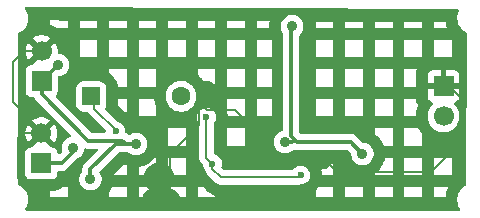
<source format=gbl>
%TF.GenerationSoftware,KiCad,Pcbnew,9.0.1*%
%TF.CreationDate,2025-08-14T16:00:01+05:30*%
%TF.ProjectId,TinySolarSupply,54696e79-536f-46c6-9172-537570706c79,rev?*%
%TF.SameCoordinates,Original*%
%TF.FileFunction,Copper,L2,Bot*%
%TF.FilePolarity,Positive*%
%FSLAX46Y46*%
G04 Gerber Fmt 4.6, Leading zero omitted, Abs format (unit mm)*
G04 Created by KiCad (PCBNEW 9.0.1) date 2025-08-14 16:00:01*
%MOMM*%
%LPD*%
G01*
G04 APERTURE LIST*
G04 Aperture macros list*
%AMRoundRect*
0 Rectangle with rounded corners*
0 $1 Rounding radius*
0 $2 $3 $4 $5 $6 $7 $8 $9 X,Y pos of 4 corners*
0 Add a 4 corners polygon primitive as box body*
4,1,4,$2,$3,$4,$5,$6,$7,$8,$9,$2,$3,0*
0 Add four circle primitives for the rounded corners*
1,1,$1+$1,$2,$3*
1,1,$1+$1,$4,$5*
1,1,$1+$1,$6,$7*
1,1,$1+$1,$8,$9*
0 Add four rect primitives between the rounded corners*
20,1,$1+$1,$2,$3,$4,$5,0*
20,1,$1+$1,$4,$5,$6,$7,0*
20,1,$1+$1,$6,$7,$8,$9,0*
20,1,$1+$1,$8,$9,$2,$3,0*%
G04 Aperture macros list end*
%TA.AperFunction,ComponentPad*%
%ADD10R,1.700000X1.700000*%
%TD*%
%TA.AperFunction,ComponentPad*%
%ADD11C,1.700000*%
%TD*%
%TA.AperFunction,ComponentPad*%
%ADD12RoundRect,0.250000X-0.550000X-0.550000X0.550000X-0.550000X0.550000X0.550000X-0.550000X0.550000X0*%
%TD*%
%TA.AperFunction,ComponentPad*%
%ADD13C,1.600000*%
%TD*%
%TA.AperFunction,ViaPad*%
%ADD14C,0.600000*%
%TD*%
%TA.AperFunction,ViaPad*%
%ADD15C,0.900000*%
%TD*%
%TA.AperFunction,Conductor*%
%ADD16C,0.200000*%
%TD*%
%TA.AperFunction,Conductor*%
%ADD17C,0.350000*%
%TD*%
G04 APERTURE END LIST*
D10*
%TO.P,J2,1,Pin_1*%
%TO.N,/BAT_P*%
X101489200Y-112704800D03*
D11*
%TO.P,J2,2,Pin_2*%
%TO.N,GNDD*%
X101489200Y-110164800D03*
%TD*%
D10*
%TO.P,J1,1,Pin_1*%
%TO.N,GNDD*%
X135543600Y-106167000D03*
D11*
%TO.P,J1,2,Pin_2*%
%TO.N,/OUT_P*%
X135543600Y-108707000D03*
%TD*%
D10*
%TO.P,J4,1,Pin_1*%
%TO.N,/SOLAR_P*%
X101514600Y-105745200D03*
D11*
%TO.P,J4,2,Pin_2*%
%TO.N,GNDD*%
X101514600Y-103205200D03*
%TD*%
D12*
%TO.P,J3,1,Pin_1*%
%TO.N,Net-(J3-Pin_1)*%
X105706500Y-107022700D03*
D13*
%TO.P,J3,2,Pin_2*%
%TO.N,/BAT_P*%
X113326500Y-107022700D03*
%TD*%
D14*
%TO.N,Net-(J3-Pin_1)*%
X107772200Y-109967400D03*
%TO.N,GNDD*%
X125069600Y-111963200D03*
X111302800Y-115900200D03*
X127533400Y-113233200D03*
X120345200Y-111531400D03*
X112090200Y-116014600D03*
X111455200Y-113919000D03*
X115366800Y-107010200D03*
D15*
%TO.N,/OUT_P*%
X122732800Y-101092000D03*
X122123200Y-110896400D03*
X128676400Y-111887000D03*
D14*
%TO.N,Net-(U1-FB)*%
X115468400Y-108788200D03*
X123444000Y-113690400D03*
X115976400Y-112725200D03*
D15*
%TO.N,/BAT_P*%
X104165400Y-111404400D03*
%TO.N,/SOLAR_P*%
X102891200Y-104368600D03*
X105638600Y-114046000D03*
X109499400Y-111074200D03*
%TD*%
D16*
%TO.N,Net-(J3-Pin_1)*%
X105968800Y-108077000D02*
X105968800Y-107285000D01*
X107772200Y-109880400D02*
X105968800Y-108077000D01*
X105968800Y-107285000D02*
X105706500Y-107022700D01*
X107772200Y-109967400D02*
X107772200Y-109880400D01*
%TO.N,GNDD*%
X111912400Y-115976400D02*
X112052000Y-115976400D01*
X115062000Y-108000800D02*
X115366800Y-108000800D01*
X135986600Y-106167000D02*
X135543600Y-106167000D01*
X115366800Y-108000800D02*
X115553200Y-108187200D01*
X114867400Y-108195400D02*
X115062000Y-108000800D01*
X112052000Y-115976400D02*
X112090200Y-116014600D01*
X101489200Y-110164800D02*
X101489200Y-109972800D01*
X115366800Y-107010200D02*
X115366800Y-107984000D01*
X111302800Y-116213600D02*
X111675200Y-116213600D01*
X126771400Y-113233200D02*
X126923800Y-113385600D01*
X128498600Y-113436400D02*
X134442200Y-113436400D01*
X117864600Y-108187200D02*
X119303800Y-109626400D01*
X126441200Y-113334800D02*
X126669800Y-113334800D01*
X127660400Y-112598200D02*
X128498600Y-113436400D01*
X111912400Y-113919000D02*
X112369600Y-113461800D01*
X137083800Y-107264200D02*
X135986600Y-106167000D01*
X101811800Y-116213600D02*
X111302800Y-116213600D01*
X99060000Y-107543600D02*
X99060000Y-104140000D01*
X115366800Y-108000800D02*
X115366800Y-107984000D01*
X134442200Y-113436400D02*
X137083800Y-110794800D01*
X99542600Y-110540800D02*
X99542600Y-113944400D01*
X111302800Y-116213600D02*
X111302800Y-115900200D01*
X127381000Y-113385600D02*
X127533400Y-113233200D01*
X101489200Y-109972800D02*
X99060000Y-107543600D01*
X125069600Y-111963200D02*
X126441200Y-113334800D01*
X126771400Y-112903000D02*
X127076200Y-112598200D01*
X126669800Y-113334800D02*
X126771400Y-113233200D01*
X137083800Y-110794800D02*
X137083800Y-107264200D01*
X120345200Y-111150400D02*
X120345200Y-111531400D01*
X99994800Y-103205200D02*
X101514600Y-103205200D01*
X126771400Y-113233200D02*
X126771400Y-112903000D01*
X119303800Y-110109000D02*
X120345200Y-111150400D01*
X111912400Y-115976400D02*
X111912400Y-113919000D01*
X114867400Y-109440000D02*
X114867400Y-108195400D01*
X99542600Y-113944400D02*
X101811800Y-116213600D01*
X127076200Y-112598200D02*
X127660400Y-112598200D01*
X99918600Y-110164800D02*
X99542600Y-110540800D01*
X111675200Y-116213600D02*
X111912400Y-115976400D01*
X126923800Y-113385600D02*
X127381000Y-113385600D01*
X111455200Y-113919000D02*
X111912400Y-113919000D01*
X112369600Y-111937800D02*
X114867400Y-109440000D01*
X99060000Y-104140000D02*
X99994800Y-103205200D01*
X101489200Y-110164800D02*
X99918600Y-110164800D01*
X119303800Y-109626400D02*
X119303800Y-110109000D01*
X115553200Y-108187200D02*
X117864600Y-108187200D01*
X112369600Y-113461800D02*
X112369600Y-111937800D01*
D17*
%TO.N,/OUT_P*%
X122936000Y-110693200D02*
X122732800Y-110896400D01*
X123139200Y-110896400D02*
X127685800Y-110896400D01*
X122732800Y-110896400D02*
X122123200Y-110896400D01*
X127685800Y-110896400D02*
X128676400Y-111887000D01*
X122732800Y-101092000D02*
X122656600Y-101168200D01*
X122936000Y-110693200D02*
X123139200Y-110896400D01*
X122656600Y-101168200D02*
X122656600Y-110413800D01*
X122656600Y-110413800D02*
X122936000Y-110693200D01*
D16*
%TO.N,Net-(U1-FB)*%
X123240800Y-113893600D02*
X116662200Y-113893600D01*
X115468400Y-112217200D02*
X115468400Y-108788200D01*
X116662200Y-113893600D02*
X115976400Y-113207800D01*
X115976400Y-113207800D02*
X115976400Y-112725200D01*
X115976400Y-112725200D02*
X115468400Y-112217200D01*
X123444000Y-113690400D02*
X123240800Y-113893600D01*
D17*
%TO.N,/BAT_P*%
X104165400Y-111709200D02*
X103200200Y-112674400D01*
X103200200Y-112674400D02*
X101519600Y-112674400D01*
X104165400Y-111404400D02*
X104165400Y-111709200D01*
X101519600Y-112674400D02*
X101489200Y-112704800D01*
%TO.N,/SOLAR_P*%
X105638600Y-114046000D02*
X105638600Y-113207800D01*
X107797600Y-111048800D02*
X108635800Y-111048800D01*
X108356400Y-110769400D02*
X105460800Y-110769400D01*
X108635800Y-111048800D02*
X108356400Y-110769400D01*
X102891200Y-104368600D02*
X101514600Y-105745200D01*
X108661200Y-111074200D02*
X108635800Y-111048800D01*
X101514600Y-106823200D02*
X101514600Y-105745200D01*
X105638600Y-113207800D02*
X107797600Y-111048800D01*
X109499400Y-111074200D02*
X108661200Y-111074200D01*
X105460800Y-110769400D02*
X101514600Y-106823200D01*
%TD*%
%TA.AperFunction,Conductor*%
%TO.N,GNDD*%
G36*
X136722688Y-99615624D02*
G01*
X136789645Y-99635576D01*
X136835188Y-99688563D01*
X136844854Y-99757761D01*
X136832673Y-99795916D01*
X136801633Y-99856836D01*
X136736161Y-100058337D01*
X136717204Y-100178027D01*
X136703019Y-100267588D01*
X136703019Y-100328490D01*
X136703019Y-100479450D01*
X136704071Y-100486092D01*
X136736068Y-100688114D01*
X136736162Y-100688704D01*
X136791007Y-100857500D01*
X136801632Y-100890198D01*
X136897816Y-101078971D01*
X137022337Y-101250360D01*
X137022341Y-101250365D01*
X137172153Y-101400177D01*
X137172158Y-101400181D01*
X137287054Y-101483657D01*
X137343552Y-101524705D01*
X137435627Y-101571619D01*
X137486422Y-101619592D01*
X137503330Y-101682840D01*
X137427170Y-114496875D01*
X137407087Y-114563796D01*
X137359471Y-114606620D01*
X137343555Y-114614730D01*
X137343552Y-114614732D01*
X137172158Y-114739256D01*
X137172153Y-114739260D01*
X137022341Y-114889072D01*
X137022337Y-114889077D01*
X136897816Y-115060466D01*
X136801632Y-115249239D01*
X136736161Y-115450737D01*
X136711663Y-115605414D01*
X136703019Y-115659988D01*
X136703019Y-115720890D01*
X136703019Y-115871850D01*
X136736162Y-116081104D01*
X136789215Y-116244385D01*
X136801632Y-116282598D01*
X136897813Y-116471366D01*
X136930325Y-116516115D01*
X136953804Y-116581922D01*
X136937978Y-116649976D01*
X136887872Y-116698670D01*
X136830006Y-116713000D01*
X100235475Y-116713000D01*
X100168436Y-116693315D01*
X100122681Y-116640511D01*
X100112737Y-116571353D01*
X100135156Y-116516115D01*
X100154510Y-116489476D01*
X100167667Y-116471367D01*
X100263850Y-116282596D01*
X100329319Y-116081104D01*
X100362462Y-115871850D01*
X100362462Y-115659988D01*
X100329319Y-115450734D01*
X100263850Y-115249242D01*
X100167667Y-115060471D01*
X100167665Y-115060468D01*
X100167664Y-115060466D01*
X100162457Y-115053299D01*
X102224750Y-115053299D01*
X102224750Y-115589000D01*
X103726750Y-115589000D01*
X103726750Y-115179366D01*
X107224750Y-115179366D01*
X107224750Y-115589000D01*
X108726750Y-115589000D01*
X109724750Y-115589000D01*
X110064352Y-115589000D01*
X110119122Y-115420435D01*
X110126568Y-115402458D01*
X110208747Y-115241174D01*
X110218914Y-115224584D01*
X110325311Y-115078140D01*
X110337948Y-115063344D01*
X110465944Y-114935348D01*
X110480740Y-114922711D01*
X110582946Y-114848454D01*
X110510241Y-114775749D01*
X112400158Y-114775749D01*
X112569965Y-114830922D01*
X112587942Y-114838368D01*
X112749226Y-114920547D01*
X112765816Y-114930714D01*
X112912260Y-115037111D01*
X112927056Y-115049748D01*
X113055052Y-115177744D01*
X113067689Y-115192540D01*
X113174086Y-115338984D01*
X113184253Y-115355574D01*
X113266432Y-115516858D01*
X113273878Y-115534835D01*
X113291477Y-115589000D01*
X113726750Y-115589000D01*
X114724750Y-115589000D01*
X116226750Y-115589000D01*
X116226750Y-115431810D01*
X116140547Y-115408712D01*
X116132785Y-115406357D01*
X116086293Y-115390576D01*
X116078698Y-115387718D01*
X116018316Y-115362708D01*
X116010923Y-115359358D01*
X115966879Y-115337638D01*
X115959724Y-115333814D01*
X115766182Y-115222074D01*
X115759290Y-115217788D01*
X115718451Y-115190500D01*
X115711853Y-115185772D01*
X115659999Y-115145981D01*
X115653726Y-115140833D01*
X115616815Y-115108461D01*
X115610896Y-115102916D01*
X115461093Y-114953113D01*
X124724750Y-114953113D01*
X124724750Y-115589000D01*
X126226750Y-115589000D01*
X127224750Y-115589000D01*
X128726750Y-115589000D01*
X129724750Y-115589000D01*
X131226750Y-115589000D01*
X132224750Y-115589000D01*
X133726750Y-115589000D01*
X134724750Y-115589000D01*
X135707520Y-115589000D01*
X135709638Y-115562110D01*
X135710114Y-115557273D01*
X135713574Y-115528039D01*
X135714242Y-115523215D01*
X135753517Y-115275248D01*
X135754372Y-115270456D01*
X135760120Y-115241557D01*
X135761166Y-115236794D01*
X135770319Y-115198677D01*
X135771546Y-115193972D01*
X135779539Y-115165630D01*
X135780953Y-115160970D01*
X135858530Y-114922214D01*
X135860124Y-114917617D01*
X135870309Y-114890007D01*
X135872081Y-114885479D01*
X135887079Y-114849262D01*
X135889033Y-114844795D01*
X135901375Y-114818021D01*
X135903501Y-114813636D01*
X135952555Y-114717362D01*
X134724750Y-114717362D01*
X134724750Y-115589000D01*
X133726750Y-115589000D01*
X133726750Y-114717362D01*
X132224750Y-114717362D01*
X132224750Y-115589000D01*
X131226750Y-115589000D01*
X131226750Y-114717362D01*
X129724750Y-114717362D01*
X129724750Y-115589000D01*
X128726750Y-115589000D01*
X128726750Y-114717362D01*
X127224750Y-114717362D01*
X127224750Y-115589000D01*
X126226750Y-115589000D01*
X126226750Y-114717362D01*
X124920844Y-114717362D01*
X124881983Y-114775522D01*
X124878478Y-114780498D01*
X124856545Y-114810071D01*
X124852801Y-114814869D01*
X124821712Y-114852751D01*
X124817738Y-114857358D01*
X124793007Y-114884645D01*
X124788809Y-114889054D01*
X124724750Y-114953113D01*
X115461093Y-114953113D01*
X115225343Y-114717362D01*
X114724750Y-114717362D01*
X114724750Y-115589000D01*
X113726750Y-115589000D01*
X113726750Y-114717362D01*
X112449907Y-114717362D01*
X112432690Y-114741060D01*
X112420052Y-114755856D01*
X112400158Y-114775749D01*
X110510241Y-114775749D01*
X110490348Y-114755856D01*
X110477710Y-114741060D01*
X110460493Y-114717362D01*
X109724750Y-114717362D01*
X109724750Y-115589000D01*
X108726750Y-115589000D01*
X108726750Y-114717362D01*
X107469554Y-114717362D01*
X107393579Y-114900783D01*
X107391113Y-114906346D01*
X107375373Y-114939626D01*
X107372637Y-114945061D01*
X107349536Y-114988282D01*
X107346536Y-114993578D01*
X107327601Y-115025170D01*
X107324344Y-115030314D01*
X107224750Y-115179366D01*
X103726750Y-115179366D01*
X103726750Y-114717362D01*
X103286708Y-114717362D01*
X103151074Y-114818898D01*
X103143804Y-114823946D01*
X103098737Y-114852910D01*
X103091123Y-114857428D01*
X103028533Y-114891605D01*
X103020619Y-114895567D01*
X102971882Y-114917825D01*
X102963702Y-114921213D01*
X102766218Y-114994869D01*
X102758879Y-114997348D01*
X102714028Y-115010953D01*
X102706552Y-115012968D01*
X102645837Y-115027316D01*
X102638245Y-115028861D01*
X102592040Y-115036772D01*
X102584367Y-115037841D01*
X102480445Y-115049012D01*
X102477136Y-115049323D01*
X102457099Y-115050935D01*
X102453787Y-115051157D01*
X102427105Y-115052586D01*
X102423787Y-115052719D01*
X102403736Y-115053255D01*
X102400422Y-115053299D01*
X102224750Y-115053299D01*
X100162457Y-115053299D01*
X100043143Y-114889077D01*
X100043139Y-114889072D01*
X99893327Y-114739260D01*
X99893322Y-114739256D01*
X99721933Y-114614735D01*
X99600272Y-114552746D01*
X99549476Y-114504772D01*
X99532569Y-114442813D01*
X99520923Y-111806935D01*
X100138700Y-111806935D01*
X100138700Y-113602670D01*
X100138701Y-113602676D01*
X100145108Y-113662283D01*
X100195402Y-113797128D01*
X100195406Y-113797135D01*
X100281652Y-113912344D01*
X100281655Y-113912347D01*
X100396864Y-113998593D01*
X100396871Y-113998597D01*
X100531717Y-114048891D01*
X100531716Y-114048891D01*
X100538644Y-114049635D01*
X100591327Y-114055300D01*
X102387072Y-114055299D01*
X102446683Y-114048891D01*
X102581531Y-113998596D01*
X102696746Y-113912346D01*
X102782996Y-113797131D01*
X102833291Y-113662283D01*
X102839700Y-113602673D01*
X102839700Y-113473900D01*
X102859385Y-113406861D01*
X102912189Y-113361106D01*
X102963700Y-113349900D01*
X103266732Y-113349900D01*
X103266733Y-113349899D01*
X103397236Y-113323941D01*
X103520169Y-113273020D01*
X103630806Y-113199095D01*
X104542792Y-112287107D01*
X104583017Y-112260230D01*
X104615631Y-112246722D01*
X104771308Y-112142702D01*
X104903702Y-112010308D01*
X105007722Y-111854631D01*
X105079373Y-111681651D01*
X105112467Y-111515275D01*
X105144851Y-111453364D01*
X105205567Y-111418790D01*
X105258276Y-111417849D01*
X105263762Y-111418940D01*
X105263764Y-111418941D01*
X105394267Y-111444899D01*
X105394268Y-111444900D01*
X105394269Y-111444900D01*
X105527331Y-111444900D01*
X106146837Y-111444900D01*
X106213876Y-111464585D01*
X106259631Y-111517389D01*
X106269575Y-111586547D01*
X106240550Y-111650103D01*
X106234518Y-111656581D01*
X105113907Y-112777190D01*
X105113904Y-112777194D01*
X105039983Y-112887824D01*
X105039978Y-112887834D01*
X105010626Y-112958697D01*
X104989059Y-113010764D01*
X104983264Y-113039900D01*
X104963100Y-113141266D01*
X104963100Y-113325927D01*
X104943415Y-113392966D01*
X104926781Y-113413608D01*
X104900300Y-113440088D01*
X104900297Y-113440092D01*
X104796281Y-113595762D01*
X104796276Y-113595771D01*
X104724627Y-113768748D01*
X104724625Y-113768756D01*
X104688100Y-113952379D01*
X104688100Y-114139620D01*
X104724625Y-114323243D01*
X104724627Y-114323251D01*
X104796276Y-114496228D01*
X104796281Y-114496237D01*
X104900297Y-114651907D01*
X104900300Y-114651911D01*
X105032688Y-114784299D01*
X105032692Y-114784302D01*
X105188362Y-114888318D01*
X105188371Y-114888323D01*
X105205860Y-114895567D01*
X105361349Y-114959973D01*
X105503669Y-114988282D01*
X105544979Y-114996499D01*
X105544983Y-114996500D01*
X105544984Y-114996500D01*
X105732217Y-114996500D01*
X105732218Y-114996499D01*
X105915851Y-114959973D01*
X106088831Y-114888322D01*
X106244508Y-114784302D01*
X106376902Y-114651908D01*
X106480922Y-114496231D01*
X106552573Y-114323251D01*
X106589100Y-114139616D01*
X106589100Y-113952384D01*
X106552573Y-113768749D01*
X106509113Y-113663828D01*
X107549253Y-113663828D01*
X107560300Y-113719362D01*
X108726750Y-113719362D01*
X108726750Y-113014230D01*
X109724750Y-113014230D01*
X109724750Y-113719362D01*
X110196939Y-113719362D01*
X110211044Y-113630310D01*
X110215586Y-113611390D01*
X110271522Y-113439235D01*
X110278968Y-113421258D01*
X110361147Y-113259974D01*
X110371314Y-113243384D01*
X110477711Y-113096940D01*
X110490348Y-113082144D01*
X110618344Y-112954148D01*
X110633140Y-112941511D01*
X110685651Y-112903360D01*
X112224750Y-112903360D01*
X112277260Y-112941511D01*
X112292056Y-112954148D01*
X112420052Y-113082144D01*
X112432689Y-113096940D01*
X112539086Y-113243384D01*
X112549253Y-113259974D01*
X112631432Y-113421258D01*
X112638878Y-113439235D01*
X112694814Y-113611390D01*
X112699356Y-113630310D01*
X112713461Y-113719362D01*
X113726750Y-113719362D01*
X113726750Y-112217362D01*
X112224750Y-112217362D01*
X112224750Y-112903360D01*
X110685651Y-112903360D01*
X110779584Y-112835114D01*
X110796174Y-112824947D01*
X110957458Y-112742768D01*
X110975435Y-112735322D01*
X111147590Y-112679386D01*
X111166510Y-112674844D01*
X111226750Y-112665302D01*
X111226750Y-112217362D01*
X111079005Y-112217362D01*
X111053896Y-112254940D01*
X111050393Y-112259914D01*
X111028460Y-112289488D01*
X111024714Y-112294288D01*
X110993625Y-112332170D01*
X110989651Y-112336777D01*
X110964920Y-112364064D01*
X110960722Y-112368473D01*
X110793673Y-112535522D01*
X110789264Y-112539720D01*
X110761977Y-112564451D01*
X110757370Y-112568425D01*
X110719488Y-112599514D01*
X110714688Y-112603260D01*
X110685114Y-112625193D01*
X110680140Y-112628696D01*
X110483714Y-112759944D01*
X110478570Y-112763201D01*
X110446978Y-112782136D01*
X110441682Y-112785136D01*
X110398461Y-112808237D01*
X110393026Y-112810973D01*
X110359746Y-112826713D01*
X110354183Y-112829179D01*
X110135935Y-112919580D01*
X110130259Y-112921770D01*
X110095597Y-112934173D01*
X110089818Y-112936082D01*
X110042922Y-112950309D01*
X110037052Y-112951933D01*
X110001324Y-112960882D01*
X109995387Y-112962215D01*
X109763681Y-113008304D01*
X109757686Y-113009345D01*
X109724750Y-113014230D01*
X108726750Y-113014230D01*
X108726750Y-112863198D01*
X108644618Y-112829179D01*
X108639054Y-112826713D01*
X108605774Y-112810973D01*
X108600339Y-112808237D01*
X108557118Y-112785136D01*
X108551822Y-112782136D01*
X108520230Y-112763201D01*
X108515086Y-112759944D01*
X108488310Y-112742053D01*
X108472579Y-112740504D01*
X107549253Y-113663828D01*
X106509113Y-113663828D01*
X106487460Y-113611553D01*
X106480923Y-113595771D01*
X106480918Y-113595762D01*
X106427313Y-113515537D01*
X106406435Y-113448860D01*
X106424919Y-113381479D01*
X106442730Y-113358969D01*
X108041082Y-111760619D01*
X108102405Y-111727134D01*
X108128763Y-111724300D01*
X108454767Y-111724300D01*
X108478959Y-111726683D01*
X108594667Y-111749700D01*
X108594669Y-111749700D01*
X108779327Y-111749700D01*
X108846366Y-111769385D01*
X108867008Y-111786019D01*
X108893488Y-111812499D01*
X108893492Y-111812502D01*
X109049162Y-111916518D01*
X109049168Y-111916521D01*
X109049169Y-111916522D01*
X109222149Y-111988173D01*
X109361071Y-112015806D01*
X109405779Y-112024699D01*
X109405783Y-112024700D01*
X109405784Y-112024700D01*
X109593017Y-112024700D01*
X109593018Y-112024699D01*
X109776651Y-111988173D01*
X109949631Y-111916522D01*
X110105308Y-111812502D01*
X110237702Y-111680108D01*
X110341722Y-111524431D01*
X110413373Y-111351451D01*
X110439647Y-111219362D01*
X112224750Y-111219362D01*
X113726750Y-111219362D01*
X113726750Y-109717362D01*
X112224750Y-109717362D01*
X112224750Y-111219362D01*
X110439647Y-111219362D01*
X110449900Y-111167819D01*
X110449900Y-110980583D01*
X110449899Y-110980579D01*
X110428371Y-110872350D01*
X110413373Y-110796949D01*
X110357954Y-110663156D01*
X110341723Y-110623971D01*
X110341718Y-110623962D01*
X110237702Y-110468292D01*
X110237699Y-110468288D01*
X110105311Y-110335900D01*
X110105307Y-110335897D01*
X109949637Y-110231881D01*
X109949628Y-110231876D01*
X109776651Y-110160227D01*
X109776643Y-110160225D01*
X109593020Y-110123700D01*
X109593016Y-110123700D01*
X109405784Y-110123700D01*
X109405779Y-110123700D01*
X109222156Y-110160225D01*
X109222148Y-110160227D01*
X109049171Y-110231876D01*
X109049164Y-110231880D01*
X108968937Y-110285486D01*
X108902259Y-110306363D01*
X108834879Y-110287878D01*
X108812366Y-110270064D01*
X108787009Y-110244707D01*
X108787005Y-110244704D01*
X108676375Y-110170783D01*
X108676360Y-110170775D01*
X108649246Y-110159544D01*
X108594843Y-110115703D01*
X108572779Y-110049408D01*
X108572700Y-110044984D01*
X108572700Y-109888555D01*
X108572699Y-109888553D01*
X108564766Y-109848672D01*
X108541937Y-109733903D01*
X108505768Y-109646582D01*
X108481597Y-109588227D01*
X108481590Y-109588214D01*
X108393989Y-109457111D01*
X108393986Y-109457107D01*
X108282492Y-109345613D01*
X108282488Y-109345610D01*
X108151385Y-109258009D01*
X108151372Y-109258002D01*
X108005698Y-109197663D01*
X108005689Y-109197661D01*
X107958954Y-109188365D01*
X107897043Y-109155981D01*
X107895464Y-109154429D01*
X107460397Y-108719362D01*
X109724750Y-108719362D01*
X111226750Y-108719362D01*
X111226750Y-108709353D01*
X114667900Y-108709353D01*
X114667900Y-108867046D01*
X114698661Y-109021689D01*
X114698664Y-109021701D01*
X114759002Y-109167372D01*
X114759009Y-109167385D01*
X114847002Y-109299074D01*
X114867880Y-109365751D01*
X114867900Y-109367965D01*
X114867900Y-112130530D01*
X114867899Y-112130548D01*
X114867899Y-112296254D01*
X114867898Y-112296254D01*
X114891139Y-112382987D01*
X114908823Y-112448985D01*
X114925239Y-112477418D01*
X114933485Y-112491699D01*
X114933486Y-112491703D01*
X114933487Y-112491703D01*
X114975487Y-112564451D01*
X114987879Y-112585914D01*
X114987881Y-112585917D01*
X115106749Y-112704785D01*
X115106755Y-112704790D01*
X115141825Y-112739860D01*
X115175310Y-112801183D01*
X115175761Y-112803349D01*
X115206661Y-112958691D01*
X115206664Y-112958701D01*
X115267002Y-113104372D01*
X115267009Y-113104385D01*
X115356637Y-113238522D01*
X115372053Y-113279472D01*
X115373796Y-113279006D01*
X115375899Y-113286854D01*
X115375899Y-113286857D01*
X115392792Y-113349900D01*
X115416822Y-113439583D01*
X115417117Y-113440093D01*
X115417142Y-113440137D01*
X115495877Y-113576512D01*
X115495881Y-113576517D01*
X115614749Y-113695385D01*
X115614754Y-113695389D01*
X116293484Y-114374120D01*
X116293486Y-114374121D01*
X116293490Y-114374124D01*
X116412465Y-114442813D01*
X116430416Y-114453177D01*
X116583143Y-114494101D01*
X116583145Y-114494101D01*
X116748854Y-114494101D01*
X116748870Y-114494100D01*
X123154131Y-114494100D01*
X123154147Y-114494101D01*
X123161743Y-114494101D01*
X123319856Y-114494101D01*
X123319857Y-114494101D01*
X123319857Y-114494100D01*
X123327914Y-114493040D01*
X123327987Y-114493599D01*
X123359066Y-114491050D01*
X123359066Y-114490900D01*
X123360895Y-114490900D01*
X123363224Y-114490709D01*
X123365153Y-114490899D01*
X123365158Y-114490900D01*
X123365163Y-114490900D01*
X123522844Y-114490900D01*
X123522845Y-114490899D01*
X123677497Y-114460137D01*
X123823179Y-114399794D01*
X123954289Y-114312189D01*
X124065789Y-114200689D01*
X124153394Y-114069579D01*
X124213737Y-113923897D01*
X124244500Y-113769242D01*
X124244500Y-113611558D01*
X124244500Y-113611555D01*
X124244499Y-113611553D01*
X124220193Y-113489361D01*
X124213737Y-113456903D01*
X124203606Y-113432445D01*
X124153397Y-113311227D01*
X124153390Y-113311214D01*
X124102126Y-113234493D01*
X125186954Y-113234493D01*
X125187779Y-113238165D01*
X125228104Y-113440892D01*
X125229145Y-113446889D01*
X125234549Y-113483320D01*
X125235294Y-113489361D01*
X125240097Y-113538133D01*
X125240545Y-113544203D01*
X125242351Y-113580975D01*
X125242500Y-113587058D01*
X125242500Y-113719362D01*
X126226750Y-113719362D01*
X126226750Y-113529956D01*
X129724750Y-113529956D01*
X129724750Y-113719362D01*
X131226750Y-113719362D01*
X132224750Y-113719362D01*
X133726750Y-113719362D01*
X134724750Y-113719362D01*
X136226750Y-113719362D01*
X136226750Y-112217362D01*
X134724750Y-112217362D01*
X134724750Y-113719362D01*
X133726750Y-113719362D01*
X133726750Y-112217362D01*
X132224750Y-112217362D01*
X132224750Y-113719362D01*
X131226750Y-113719362D01*
X131226750Y-112217362D01*
X130597360Y-112217362D01*
X130564415Y-112382987D01*
X130563082Y-112388924D01*
X130554133Y-112424652D01*
X130552509Y-112430522D01*
X130538282Y-112477418D01*
X130536373Y-112483197D01*
X130523970Y-112517859D01*
X130521780Y-112523535D01*
X130431379Y-112741783D01*
X130428913Y-112747346D01*
X130413173Y-112780626D01*
X130410437Y-112786061D01*
X130387336Y-112829282D01*
X130384336Y-112834578D01*
X130365401Y-112866170D01*
X130362144Y-112871314D01*
X130230896Y-113067740D01*
X130227393Y-113072714D01*
X130205460Y-113102288D01*
X130201714Y-113107088D01*
X130170625Y-113144970D01*
X130166651Y-113149577D01*
X130141920Y-113176864D01*
X130137722Y-113181273D01*
X129970673Y-113348322D01*
X129966264Y-113352520D01*
X129938977Y-113377251D01*
X129934370Y-113381225D01*
X129896488Y-113412314D01*
X129891688Y-113416060D01*
X129862114Y-113437993D01*
X129857140Y-113441496D01*
X129724750Y-113529956D01*
X126226750Y-113529956D01*
X126226750Y-112569900D01*
X126190314Y-112569900D01*
X126163653Y-112622226D01*
X126153486Y-112638816D01*
X126047089Y-112785260D01*
X126034452Y-112800056D01*
X125906456Y-112928052D01*
X125891660Y-112940689D01*
X125745216Y-113047086D01*
X125728626Y-113057253D01*
X125567342Y-113139432D01*
X125549365Y-113146878D01*
X125377210Y-113202814D01*
X125358290Y-113207356D01*
X125186954Y-113234493D01*
X124102126Y-113234493D01*
X124065789Y-113180111D01*
X124065786Y-113180107D01*
X123954292Y-113068613D01*
X123954288Y-113068610D01*
X123823185Y-112981009D01*
X123823172Y-112981002D01*
X123677501Y-112920664D01*
X123677489Y-112920661D01*
X123522845Y-112889900D01*
X123522842Y-112889900D01*
X123365158Y-112889900D01*
X123365155Y-112889900D01*
X123210510Y-112920661D01*
X123210498Y-112920664D01*
X123064827Y-112981002D01*
X123064814Y-112981009D01*
X122933711Y-113068610D01*
X122933707Y-113068613D01*
X122822212Y-113180108D01*
X122809528Y-113199092D01*
X122783536Y-113237991D01*
X122729926Y-113282796D01*
X122680435Y-113293100D01*
X116962298Y-113293100D01*
X116895259Y-113273415D01*
X116874617Y-113256781D01*
X116755047Y-113137211D01*
X116721562Y-113075888D01*
X116726546Y-113006196D01*
X116728145Y-113002131D01*
X116746137Y-112958697D01*
X116776900Y-112804042D01*
X116776900Y-112646358D01*
X116776900Y-112646355D01*
X116776899Y-112646353D01*
X116761398Y-112568425D01*
X116746137Y-112491703D01*
X116693268Y-112364064D01*
X116685797Y-112346027D01*
X116685790Y-112346014D01*
X116598189Y-112214911D01*
X116598186Y-112214907D01*
X116486692Y-112103413D01*
X116486688Y-112103410D01*
X116355585Y-112015809D01*
X116355572Y-112015802D01*
X116209901Y-111955464D01*
X116209892Y-111955461D01*
X116168707Y-111947269D01*
X116106796Y-111914883D01*
X116072223Y-111854167D01*
X116068900Y-111825652D01*
X116068900Y-111219362D01*
X117224750Y-111219362D01*
X118726750Y-111219362D01*
X118726750Y-110802779D01*
X121172700Y-110802779D01*
X121172700Y-110990020D01*
X121209225Y-111173643D01*
X121209227Y-111173651D01*
X121280876Y-111346628D01*
X121280881Y-111346637D01*
X121384897Y-111502307D01*
X121384900Y-111502311D01*
X121517288Y-111634699D01*
X121517292Y-111634702D01*
X121672962Y-111738718D01*
X121672971Y-111738723D01*
X121693719Y-111747317D01*
X121845949Y-111810373D01*
X122029579Y-111846899D01*
X122029583Y-111846900D01*
X122029584Y-111846900D01*
X122216817Y-111846900D01*
X122216818Y-111846899D01*
X122400451Y-111810373D01*
X122573431Y-111738722D01*
X122729108Y-111634702D01*
X122763470Y-111600339D01*
X122824789Y-111566855D01*
X122826824Y-111566431D01*
X122911812Y-111549526D01*
X122960194Y-111549527D01*
X123072666Y-111571900D01*
X123072669Y-111571900D01*
X123205731Y-111571900D01*
X127354637Y-111571900D01*
X127421676Y-111591585D01*
X127442318Y-111608219D01*
X127689581Y-111855482D01*
X127723066Y-111916805D01*
X127725900Y-111943163D01*
X127725900Y-111980620D01*
X127762425Y-112164243D01*
X127762427Y-112164251D01*
X127834076Y-112337228D01*
X127834081Y-112337237D01*
X127938097Y-112492907D01*
X127938100Y-112492911D01*
X128070488Y-112625299D01*
X128070492Y-112625302D01*
X128226162Y-112729318D01*
X128226171Y-112729323D01*
X128256252Y-112741783D01*
X128399149Y-112800973D01*
X128541469Y-112829282D01*
X128582779Y-112837499D01*
X128582783Y-112837500D01*
X128582784Y-112837500D01*
X128770017Y-112837500D01*
X128770018Y-112837499D01*
X128953651Y-112800973D01*
X129126631Y-112729322D01*
X129282308Y-112625302D01*
X129414702Y-112492908D01*
X129518722Y-112337231D01*
X129590373Y-112164251D01*
X129626900Y-111980616D01*
X129626900Y-111793384D01*
X129590373Y-111609749D01*
X129518722Y-111436769D01*
X129518721Y-111436768D01*
X129518718Y-111436762D01*
X129414702Y-111281092D01*
X129414699Y-111281088D01*
X129282311Y-111148700D01*
X129282307Y-111148697D01*
X129126637Y-111044681D01*
X129126628Y-111044676D01*
X128953651Y-110973027D01*
X128953643Y-110973025D01*
X128770020Y-110936500D01*
X128770016Y-110936500D01*
X128732563Y-110936500D01*
X128665524Y-110916815D01*
X128644882Y-110900181D01*
X128116409Y-110371707D01*
X128116405Y-110371704D01*
X128005775Y-110297783D01*
X128005765Y-110297778D01*
X127882836Y-110246859D01*
X127882828Y-110246857D01*
X127868681Y-110244043D01*
X129724750Y-110244043D01*
X129857140Y-110332504D01*
X129862114Y-110336007D01*
X129891688Y-110357940D01*
X129896488Y-110361686D01*
X129934370Y-110392775D01*
X129938977Y-110396749D01*
X129966264Y-110421480D01*
X129970673Y-110425678D01*
X130137722Y-110592727D01*
X130141920Y-110597136D01*
X130166651Y-110624423D01*
X130170625Y-110629030D01*
X130201714Y-110666912D01*
X130205460Y-110671712D01*
X130227393Y-110701286D01*
X130230896Y-110706260D01*
X130362144Y-110902686D01*
X130365401Y-110907830D01*
X130384336Y-110939422D01*
X130387336Y-110944718D01*
X130410437Y-110987939D01*
X130413173Y-110993374D01*
X130428913Y-111026654D01*
X130431379Y-111032217D01*
X130508897Y-111219362D01*
X131226750Y-111219362D01*
X132224750Y-111219362D01*
X133726750Y-111219362D01*
X133726750Y-110200998D01*
X133720568Y-110193157D01*
X133717625Y-110189269D01*
X133569626Y-109985565D01*
X133566840Y-109981568D01*
X133550474Y-109957073D01*
X133547850Y-109952973D01*
X133527369Y-109919550D01*
X133524907Y-109915350D01*
X133510517Y-109889654D01*
X133508222Y-109885361D01*
X133422622Y-109717362D01*
X132224750Y-109717362D01*
X132224750Y-111219362D01*
X131226750Y-111219362D01*
X131226750Y-109717362D01*
X129724750Y-109717362D01*
X129724750Y-110244043D01*
X127868681Y-110244043D01*
X127752335Y-110220900D01*
X127752331Y-110220900D01*
X123470363Y-110220900D01*
X123403324Y-110201215D01*
X123382682Y-110184581D01*
X123368419Y-110170318D01*
X123334934Y-110108995D01*
X123332100Y-110082637D01*
X123332100Y-108719362D01*
X124724750Y-108719362D01*
X126226750Y-108719362D01*
X127224750Y-108719362D01*
X128726750Y-108719362D01*
X129724750Y-108719362D01*
X131226750Y-108719362D01*
X132224750Y-108719362D01*
X133195100Y-108719362D01*
X133195100Y-108600713D01*
X134193100Y-108600713D01*
X134193100Y-108813286D01*
X134226109Y-109021701D01*
X134226354Y-109023243D01*
X134277621Y-109181027D01*
X134292044Y-109225414D01*
X134388551Y-109414820D01*
X134513490Y-109586786D01*
X134663813Y-109737109D01*
X134835779Y-109862048D01*
X134835781Y-109862049D01*
X134835784Y-109862051D01*
X135025188Y-109958557D01*
X135227357Y-110024246D01*
X135437313Y-110057500D01*
X135437314Y-110057500D01*
X135649886Y-110057500D01*
X135649887Y-110057500D01*
X135859843Y-110024246D01*
X136062012Y-109958557D01*
X136251416Y-109862051D01*
X136385408Y-109764701D01*
X136423386Y-109737109D01*
X136423388Y-109737106D01*
X136423392Y-109737104D01*
X136573704Y-109586792D01*
X136573706Y-109586788D01*
X136573709Y-109586786D01*
X136698648Y-109414820D01*
X136698647Y-109414820D01*
X136698651Y-109414816D01*
X136795157Y-109225412D01*
X136860846Y-109023243D01*
X136894100Y-108813287D01*
X136894100Y-108600713D01*
X136860846Y-108390757D01*
X136795157Y-108188588D01*
X136698651Y-107999184D01*
X136698649Y-107999181D01*
X136698648Y-107999179D01*
X136573709Y-107827213D01*
X136459781Y-107713285D01*
X136426296Y-107651962D01*
X136431280Y-107582270D01*
X136473152Y-107526337D01*
X136504129Y-107509422D01*
X136635686Y-107460354D01*
X136635693Y-107460350D01*
X136750787Y-107374190D01*
X136750790Y-107374187D01*
X136836950Y-107259093D01*
X136836954Y-107259086D01*
X136887196Y-107124379D01*
X136887198Y-107124372D01*
X136893599Y-107064844D01*
X136893600Y-107064827D01*
X136893600Y-106417000D01*
X135976612Y-106417000D01*
X136009525Y-106359993D01*
X136043600Y-106232826D01*
X136043600Y-106101174D01*
X136009525Y-105974007D01*
X135976612Y-105917000D01*
X136893600Y-105917000D01*
X136893600Y-105269172D01*
X136893599Y-105269155D01*
X136887198Y-105209627D01*
X136887196Y-105209620D01*
X136836954Y-105074913D01*
X136836950Y-105074906D01*
X136750790Y-104959812D01*
X136750787Y-104959809D01*
X136635693Y-104873649D01*
X136635686Y-104873645D01*
X136500979Y-104823403D01*
X136500972Y-104823401D01*
X136441444Y-104817000D01*
X135793600Y-104817000D01*
X135793600Y-105733988D01*
X135736593Y-105701075D01*
X135609426Y-105667000D01*
X135477774Y-105667000D01*
X135350607Y-105701075D01*
X135293600Y-105733988D01*
X135293600Y-104817000D01*
X134645755Y-104817000D01*
X134586227Y-104823401D01*
X134586220Y-104823403D01*
X134451513Y-104873645D01*
X134451506Y-104873649D01*
X134336412Y-104959809D01*
X134336409Y-104959812D01*
X134250249Y-105074906D01*
X134250245Y-105074913D01*
X134200003Y-105209620D01*
X134200001Y-105209627D01*
X134193600Y-105269155D01*
X134193600Y-105917000D01*
X135110588Y-105917000D01*
X135077675Y-105974007D01*
X135043600Y-106101174D01*
X135043600Y-106232826D01*
X135077675Y-106359993D01*
X135110588Y-106417000D01*
X134193600Y-106417000D01*
X134193600Y-107064844D01*
X134200001Y-107124372D01*
X134200003Y-107124379D01*
X134250245Y-107259086D01*
X134250249Y-107259093D01*
X134336409Y-107374187D01*
X134336412Y-107374190D01*
X134451506Y-107460350D01*
X134451513Y-107460354D01*
X134583070Y-107509422D01*
X134639004Y-107551293D01*
X134663421Y-107616758D01*
X134648569Y-107685031D01*
X134627419Y-107713285D01*
X134513489Y-107827215D01*
X134388551Y-107999179D01*
X134292044Y-108188585D01*
X134226353Y-108390760D01*
X134193100Y-108600713D01*
X133195100Y-108600713D01*
X133195100Y-108581103D01*
X133195196Y-108576231D01*
X133196354Y-108546779D01*
X133196641Y-108541914D01*
X133199719Y-108502835D01*
X133200196Y-108497997D01*
X133203656Y-108468764D01*
X133204323Y-108463941D01*
X133243708Y-108215272D01*
X133244564Y-108210477D01*
X133250313Y-108181577D01*
X133251358Y-108176817D01*
X133260511Y-108138700D01*
X133261738Y-108133995D01*
X133269731Y-108105653D01*
X133271145Y-108100993D01*
X133348942Y-107861560D01*
X133350536Y-107856963D01*
X133360721Y-107829353D01*
X133362493Y-107824825D01*
X133377491Y-107788608D01*
X133379446Y-107784139D01*
X133388788Y-107763871D01*
X133357238Y-107706091D01*
X133353277Y-107698177D01*
X133331019Y-107649441D01*
X133327630Y-107641261D01*
X133254021Y-107443904D01*
X133251542Y-107436564D01*
X133237932Y-107391695D01*
X133235915Y-107384212D01*
X133221572Y-107323501D01*
X133220028Y-107315916D01*
X133212122Y-107269738D01*
X133211055Y-107262069D01*
X133206248Y-107217362D01*
X132224750Y-107217362D01*
X132224750Y-108719362D01*
X131226750Y-108719362D01*
X131226750Y-107217362D01*
X129724750Y-107217362D01*
X129724750Y-108719362D01*
X128726750Y-108719362D01*
X128726750Y-107217362D01*
X127224750Y-107217362D01*
X127224750Y-108719362D01*
X126226750Y-108719362D01*
X126226750Y-107217362D01*
X124724750Y-107217362D01*
X124724750Y-108719362D01*
X123332100Y-108719362D01*
X123332100Y-106219362D01*
X124724750Y-106219362D01*
X126226750Y-106219362D01*
X127224750Y-106219362D01*
X128726750Y-106219362D01*
X129724750Y-106219362D01*
X131226750Y-106219362D01*
X132224750Y-106219362D01*
X133195600Y-106219362D01*
X133195600Y-106216454D01*
X133205039Y-106169002D01*
X133205868Y-106167000D01*
X133205039Y-106164998D01*
X133195600Y-106117546D01*
X133195600Y-105255823D01*
X133195644Y-105252509D01*
X133196180Y-105232461D01*
X133196313Y-105229145D01*
X133197742Y-105202458D01*
X133197964Y-105199144D01*
X133199577Y-105179095D01*
X133199889Y-105175783D01*
X133211055Y-105071931D01*
X133212122Y-105064262D01*
X133220028Y-105018084D01*
X133221572Y-105010499D01*
X133235915Y-104949788D01*
X133237932Y-104942305D01*
X133251542Y-104897436D01*
X133254021Y-104890096D01*
X133318446Y-104717362D01*
X132224750Y-104717362D01*
X132224750Y-106219362D01*
X131226750Y-106219362D01*
X131226750Y-104717362D01*
X129724750Y-104717362D01*
X129724750Y-106219362D01*
X128726750Y-106219362D01*
X128726750Y-104717362D01*
X127224750Y-104717362D01*
X127224750Y-106219362D01*
X126226750Y-106219362D01*
X126226750Y-104717362D01*
X124724750Y-104717362D01*
X124724750Y-106219362D01*
X123332100Y-106219362D01*
X123332100Y-103719362D01*
X124724750Y-103719362D01*
X126226750Y-103719362D01*
X127224750Y-103719362D01*
X128726750Y-103719362D01*
X129724750Y-103719362D01*
X131226750Y-103719362D01*
X132224750Y-103719362D01*
X133726750Y-103719362D01*
X134724750Y-103719362D01*
X136226750Y-103719362D01*
X136226750Y-102217362D01*
X134724750Y-102217362D01*
X134724750Y-103719362D01*
X133726750Y-103719362D01*
X133726750Y-102217362D01*
X132224750Y-102217362D01*
X132224750Y-103719362D01*
X131226750Y-103719362D01*
X131226750Y-102217362D01*
X129724750Y-102217362D01*
X129724750Y-103719362D01*
X128726750Y-103719362D01*
X128726750Y-102217362D01*
X127224750Y-102217362D01*
X127224750Y-103719362D01*
X126226750Y-103719362D01*
X126226750Y-102217362D01*
X124724750Y-102217362D01*
X124724750Y-103719362D01*
X123332100Y-103719362D01*
X123332100Y-101888272D01*
X123351785Y-101821233D01*
X123368414Y-101800595D01*
X123471102Y-101697908D01*
X123575122Y-101542231D01*
X123646773Y-101369251D01*
X123676588Y-101219362D01*
X124724750Y-101219362D01*
X126226750Y-101219362D01*
X127224750Y-101219362D01*
X128726750Y-101219362D01*
X129724750Y-101219362D01*
X131226750Y-101219362D01*
X132224750Y-101219362D01*
X133726750Y-101219362D01*
X134724750Y-101219362D01*
X135859271Y-101219362D01*
X135858530Y-101217224D01*
X135780953Y-100978468D01*
X135779539Y-100973808D01*
X135771546Y-100945466D01*
X135770319Y-100940761D01*
X135761166Y-100902644D01*
X135760120Y-100897881D01*
X135754372Y-100868982D01*
X135753517Y-100864190D01*
X135733160Y-100735668D01*
X134724750Y-100731629D01*
X134724750Y-101219362D01*
X133726750Y-101219362D01*
X133726750Y-100727632D01*
X132224750Y-100721615D01*
X132224750Y-101219362D01*
X131226750Y-101219362D01*
X131226750Y-100717618D01*
X129724750Y-100711602D01*
X129724750Y-101219362D01*
X128726750Y-101219362D01*
X128726750Y-100707605D01*
X127224750Y-100701589D01*
X127224750Y-101219362D01*
X126226750Y-101219362D01*
X126226750Y-100697592D01*
X124724750Y-100691575D01*
X124724750Y-101219362D01*
X123676588Y-101219362D01*
X123683300Y-101185616D01*
X123683300Y-100998384D01*
X123646773Y-100814749D01*
X123579162Y-100651522D01*
X123575123Y-100641771D01*
X123575118Y-100641762D01*
X123471102Y-100486092D01*
X123471099Y-100486088D01*
X123338711Y-100353700D01*
X123338707Y-100353697D01*
X123183037Y-100249681D01*
X123183028Y-100249676D01*
X123010051Y-100178027D01*
X123010043Y-100178025D01*
X122826420Y-100141500D01*
X122826416Y-100141500D01*
X122639184Y-100141500D01*
X122639179Y-100141500D01*
X122455556Y-100178025D01*
X122455548Y-100178027D01*
X122282571Y-100249676D01*
X122282562Y-100249681D01*
X122126892Y-100353697D01*
X122126888Y-100353700D01*
X121994500Y-100486088D01*
X121994497Y-100486092D01*
X121890481Y-100641762D01*
X121890476Y-100641771D01*
X121818827Y-100814748D01*
X121818825Y-100814756D01*
X121782300Y-100998379D01*
X121782300Y-101185620D01*
X121818825Y-101369243D01*
X121818827Y-101369251D01*
X121890476Y-101542228D01*
X121890481Y-101542236D01*
X121960202Y-101646580D01*
X121981080Y-101713257D01*
X121981100Y-101715471D01*
X121981100Y-109853779D01*
X121961415Y-109920818D01*
X121908611Y-109966573D01*
X121881293Y-109975396D01*
X121845953Y-109982425D01*
X121845948Y-109982427D01*
X121672971Y-110054076D01*
X121672962Y-110054081D01*
X121517292Y-110158097D01*
X121517288Y-110158100D01*
X121384900Y-110290488D01*
X121384897Y-110290492D01*
X121280881Y-110446162D01*
X121280876Y-110446171D01*
X121209227Y-110619148D01*
X121209225Y-110619156D01*
X121172700Y-110802779D01*
X118726750Y-110802779D01*
X118726750Y-109717362D01*
X117224750Y-109717362D01*
X117224750Y-111219362D01*
X116068900Y-111219362D01*
X116068900Y-109367965D01*
X116088585Y-109300926D01*
X116089798Y-109299074D01*
X116139018Y-109225412D01*
X116177794Y-109167379D01*
X116238137Y-109021697D01*
X116268900Y-108867042D01*
X116268900Y-108709358D01*
X116268900Y-108709355D01*
X116268899Y-108709353D01*
X116244593Y-108587161D01*
X116238137Y-108554703D01*
X116214649Y-108497997D01*
X116177797Y-108409027D01*
X116177790Y-108409014D01*
X116171208Y-108399163D01*
X117224750Y-108399163D01*
X117252504Y-108538692D01*
X117253545Y-108544689D01*
X117258949Y-108581120D01*
X117259694Y-108587161D01*
X117264497Y-108635933D01*
X117264945Y-108642003D01*
X117266751Y-108678775D01*
X117266900Y-108684858D01*
X117266900Y-108719362D01*
X118726750Y-108719362D01*
X119724750Y-108719362D01*
X120983100Y-108719362D01*
X120983100Y-107217362D01*
X119724750Y-107217362D01*
X119724750Y-108719362D01*
X118726750Y-108719362D01*
X118726750Y-107217362D01*
X117224750Y-107217362D01*
X117224750Y-108399163D01*
X116171208Y-108399163D01*
X116090189Y-108277911D01*
X116090186Y-108277907D01*
X115978692Y-108166413D01*
X115978688Y-108166410D01*
X115847585Y-108078809D01*
X115847572Y-108078802D01*
X115701901Y-108018464D01*
X115701889Y-108018461D01*
X115547245Y-107987700D01*
X115547242Y-107987700D01*
X115389558Y-107987700D01*
X115389555Y-107987700D01*
X115234910Y-108018461D01*
X115234898Y-108018464D01*
X115089227Y-108078802D01*
X115089214Y-108078809D01*
X114958111Y-108166410D01*
X114958107Y-108166413D01*
X114846613Y-108277907D01*
X114846610Y-108277911D01*
X114759009Y-108409014D01*
X114759002Y-108409027D01*
X114698664Y-108554698D01*
X114698661Y-108554710D01*
X114667900Y-108709353D01*
X111226750Y-108709353D01*
X111226750Y-107964589D01*
X111223152Y-107957528D01*
X111221025Y-107953143D01*
X111208682Y-107926367D01*
X111206728Y-107921900D01*
X111191730Y-107885684D01*
X111189957Y-107881153D01*
X111179773Y-107853544D01*
X111178180Y-107848950D01*
X111102808Y-107616983D01*
X111101394Y-107612320D01*
X111093391Y-107583941D01*
X111092160Y-107579222D01*
X111083012Y-107541103D01*
X111081970Y-107536352D01*
X111076230Y-107507489D01*
X111075375Y-107502701D01*
X111037223Y-107261825D01*
X111036555Y-107257001D01*
X111033095Y-107227767D01*
X111032619Y-107222930D01*
X111032180Y-107217362D01*
X109724750Y-107217362D01*
X109724750Y-108719362D01*
X107460397Y-108719362D01*
X106893049Y-108152014D01*
X106859564Y-108090691D01*
X106864548Y-108020999D01*
X106875188Y-107999241D01*
X106941314Y-107892034D01*
X106959886Y-107835987D01*
X107988406Y-107835987D01*
X108456642Y-108304223D01*
X108555927Y-108345348D01*
X108561491Y-108347814D01*
X108594773Y-108363555D01*
X108600207Y-108366290D01*
X108643429Y-108389391D01*
X108648725Y-108392391D01*
X108680318Y-108411326D01*
X108685463Y-108414584D01*
X108726750Y-108442171D01*
X108726750Y-107217362D01*
X108005000Y-107217362D01*
X108005000Y-107635404D01*
X108004960Y-107638557D01*
X108004475Y-107657627D01*
X108004355Y-107660780D01*
X108003063Y-107686151D01*
X108002862Y-107689302D01*
X108001405Y-107708351D01*
X108001124Y-107711496D01*
X107988406Y-107835987D01*
X106959886Y-107835987D01*
X106996499Y-107725497D01*
X107007000Y-107622709D01*
X107006999Y-106920348D01*
X112026000Y-106920348D01*
X112026000Y-107125052D01*
X112030079Y-107150808D01*
X112058022Y-107327234D01*
X112121281Y-107521923D01*
X112214215Y-107704313D01*
X112334528Y-107869913D01*
X112479286Y-108014671D01*
X112604515Y-108105653D01*
X112644890Y-108134987D01*
X112726986Y-108176817D01*
X112827276Y-108227918D01*
X112827278Y-108227918D01*
X112827281Y-108227920D01*
X112918356Y-108257512D01*
X113021965Y-108291177D01*
X113104334Y-108304223D01*
X113224148Y-108323200D01*
X113224149Y-108323200D01*
X113428851Y-108323200D01*
X113428852Y-108323200D01*
X113631034Y-108291177D01*
X113825719Y-108227920D01*
X114008110Y-108134987D01*
X114136982Y-108041357D01*
X114173713Y-108014671D01*
X114173715Y-108014668D01*
X114173719Y-108014666D01*
X114318466Y-107869919D01*
X114318468Y-107869915D01*
X114318471Y-107869913D01*
X114380788Y-107784139D01*
X114438787Y-107704310D01*
X114531720Y-107521919D01*
X114594977Y-107327234D01*
X114627000Y-107125052D01*
X114627000Y-106920348D01*
X114594977Y-106718165D01*
X114531718Y-106523476D01*
X114480365Y-106422691D01*
X114438787Y-106341090D01*
X114423392Y-106319900D01*
X114350348Y-106219362D01*
X117224750Y-106219362D01*
X118726750Y-106219362D01*
X119724750Y-106219362D01*
X120983100Y-106219362D01*
X120983100Y-104717362D01*
X119724750Y-104717362D01*
X119724750Y-106219362D01*
X118726750Y-106219362D01*
X118726750Y-104717362D01*
X117224750Y-104717362D01*
X117224750Y-106219362D01*
X114350348Y-106219362D01*
X114318471Y-106175486D01*
X114173713Y-106030728D01*
X114008113Y-105910415D01*
X114008112Y-105910414D01*
X114008110Y-105910413D01*
X113948398Y-105879988D01*
X113825723Y-105817481D01*
X113631034Y-105754222D01*
X113456495Y-105726578D01*
X113428852Y-105722200D01*
X113224148Y-105722200D01*
X113199829Y-105726051D01*
X113021965Y-105754222D01*
X112827276Y-105817481D01*
X112644886Y-105910415D01*
X112479286Y-106030728D01*
X112334528Y-106175486D01*
X112214215Y-106341086D01*
X112121281Y-106523476D01*
X112058022Y-106718165D01*
X112026000Y-106920348D01*
X107006999Y-106920348D01*
X107006999Y-106422692D01*
X106996499Y-106319903D01*
X106941314Y-106153366D01*
X106849212Y-106004044D01*
X106725156Y-105879988D01*
X106575834Y-105787886D01*
X106409297Y-105732701D01*
X106409295Y-105732700D01*
X106306510Y-105722200D01*
X105106498Y-105722200D01*
X105106481Y-105722201D01*
X105003703Y-105732700D01*
X105003700Y-105732701D01*
X104837168Y-105787885D01*
X104837163Y-105787887D01*
X104687842Y-105879989D01*
X104563789Y-106004042D01*
X104471687Y-106153363D01*
X104471685Y-106153368D01*
X104443849Y-106237370D01*
X104416501Y-106319903D01*
X104416501Y-106319904D01*
X104416500Y-106319904D01*
X104406000Y-106422683D01*
X104406000Y-107622701D01*
X104406001Y-107622718D01*
X104416500Y-107725496D01*
X104416501Y-107725499D01*
X104461588Y-107861560D01*
X104471686Y-107892034D01*
X104563788Y-108041356D01*
X104687844Y-108165412D01*
X104837166Y-108257514D01*
X105003703Y-108312699D01*
X105106491Y-108323200D01*
X105345952Y-108323199D01*
X105412992Y-108342883D01*
X105453340Y-108385199D01*
X105488277Y-108445712D01*
X105488281Y-108445717D01*
X105607149Y-108564585D01*
X105607155Y-108564590D01*
X106924784Y-109882219D01*
X106958269Y-109943542D01*
X106953285Y-110013234D01*
X106911413Y-110069167D01*
X106845949Y-110093584D01*
X106837103Y-110093900D01*
X105791963Y-110093900D01*
X105724924Y-110074215D01*
X105704282Y-110057581D01*
X102745593Y-107098892D01*
X102712108Y-107037569D01*
X102717092Y-106967877D01*
X102734005Y-106936904D01*
X102808396Y-106837531D01*
X102858691Y-106702683D01*
X102865100Y-106643073D01*
X102865099Y-105443099D01*
X102884784Y-105376061D01*
X102937587Y-105330306D01*
X102978914Y-105321315D01*
X102978755Y-105319697D01*
X102984810Y-105319100D01*
X102984816Y-105319100D01*
X103168451Y-105282573D01*
X103341431Y-105210922D01*
X103497108Y-105106902D01*
X103588445Y-105015565D01*
X107224750Y-105015565D01*
X107273803Y-105045821D01*
X107279833Y-105049787D01*
X107315593Y-105074828D01*
X107321377Y-105079134D01*
X107366944Y-105115164D01*
X107372471Y-105119802D01*
X107405069Y-105148813D01*
X107410313Y-105153761D01*
X107575439Y-105318887D01*
X107580387Y-105324131D01*
X107609398Y-105356729D01*
X107614036Y-105362256D01*
X107650066Y-105407823D01*
X107654372Y-105413607D01*
X107679413Y-105449367D01*
X107683379Y-105455397D01*
X107805981Y-105654168D01*
X107809588Y-105660415D01*
X107830306Y-105698840D01*
X107833544Y-105705287D01*
X107858091Y-105757932D01*
X107860947Y-105764554D01*
X107877056Y-105805104D01*
X107879522Y-105811880D01*
X107952409Y-106031837D01*
X107954361Y-106038314D01*
X107965099Y-106077816D01*
X107966695Y-106084391D01*
X107978093Y-106137645D01*
X107979327Y-106144289D01*
X107985696Y-106184694D01*
X107986566Y-106191401D01*
X107989422Y-106219362D01*
X108726750Y-106219362D01*
X109724750Y-106219362D01*
X111170735Y-106219362D01*
X111178180Y-106196450D01*
X111179773Y-106191856D01*
X111189957Y-106164247D01*
X111191730Y-106159716D01*
X111206728Y-106123500D01*
X111208682Y-106119033D01*
X111221025Y-106092257D01*
X111223151Y-106087873D01*
X111226750Y-106080809D01*
X111226750Y-105197485D01*
X114724750Y-105197485D01*
X114776196Y-105234863D01*
X114780084Y-105237806D01*
X114803243Y-105256065D01*
X114807008Y-105259155D01*
X114836815Y-105284616D01*
X114840454Y-105287850D01*
X114862059Y-105307824D01*
X114865563Y-105311194D01*
X115038006Y-105483637D01*
X115041376Y-105487141D01*
X115061350Y-105508746D01*
X115064584Y-105512385D01*
X115090045Y-105542192D01*
X115093135Y-105545957D01*
X115111394Y-105569116D01*
X115114337Y-105573004D01*
X115236375Y-105740977D01*
X115256896Y-105737727D01*
X115276293Y-105736200D01*
X115457307Y-105736200D01*
X115476705Y-105737727D01*
X115655490Y-105766044D01*
X115674410Y-105770586D01*
X115846565Y-105826522D01*
X115864542Y-105833968D01*
X116025826Y-105916147D01*
X116042416Y-105926314D01*
X116188860Y-106032711D01*
X116203656Y-106045348D01*
X116226750Y-106068442D01*
X116226750Y-104717362D01*
X114724750Y-104717362D01*
X114724750Y-105197485D01*
X111226750Y-105197485D01*
X111226750Y-104717362D01*
X109724750Y-104717362D01*
X109724750Y-106219362D01*
X108726750Y-106219362D01*
X108726750Y-104717362D01*
X107224750Y-104717362D01*
X107224750Y-105015565D01*
X103588445Y-105015565D01*
X103629502Y-104974508D01*
X103733522Y-104818831D01*
X103805173Y-104645851D01*
X103841700Y-104462216D01*
X103841700Y-104274984D01*
X103805173Y-104091349D01*
X103733522Y-103918369D01*
X103733521Y-103918368D01*
X103733518Y-103918362D01*
X103629502Y-103762692D01*
X103629499Y-103762688D01*
X103570316Y-103703505D01*
X104724750Y-103703505D01*
X104731318Y-103719362D01*
X106226750Y-103719362D01*
X107224750Y-103719362D01*
X108726750Y-103719362D01*
X109724750Y-103719362D01*
X111226750Y-103719362D01*
X112224750Y-103719362D01*
X113726750Y-103719362D01*
X114724750Y-103719362D01*
X116226750Y-103719362D01*
X117224750Y-103719362D01*
X118726750Y-103719362D01*
X119724750Y-103719362D01*
X120983100Y-103719362D01*
X120983100Y-102217362D01*
X119724750Y-102217362D01*
X119724750Y-103719362D01*
X118726750Y-103719362D01*
X118726750Y-102217362D01*
X117224750Y-102217362D01*
X117224750Y-103719362D01*
X116226750Y-103719362D01*
X116226750Y-102217362D01*
X114724750Y-102217362D01*
X114724750Y-103719362D01*
X113726750Y-103719362D01*
X113726750Y-102217362D01*
X112224750Y-102217362D01*
X112224750Y-103719362D01*
X111226750Y-103719362D01*
X111226750Y-102217362D01*
X109724750Y-102217362D01*
X109724750Y-103719362D01*
X108726750Y-103719362D01*
X108726750Y-102217362D01*
X107224750Y-102217362D01*
X107224750Y-103719362D01*
X106226750Y-103719362D01*
X106226750Y-102217362D01*
X104724750Y-102217362D01*
X104724750Y-103703505D01*
X103570316Y-103703505D01*
X103497111Y-103630300D01*
X103497107Y-103630297D01*
X103341437Y-103526281D01*
X103341428Y-103526276D01*
X103168451Y-103454627D01*
X103168443Y-103454625D01*
X102984820Y-103418100D01*
X102978755Y-103417503D01*
X102978974Y-103415273D01*
X102921561Y-103398415D01*
X102875806Y-103345611D01*
X102864600Y-103294100D01*
X102864600Y-103098953D01*
X102831357Y-102889072D01*
X102831357Y-102889069D01*
X102765695Y-102686982D01*
X102669224Y-102497649D01*
X102629870Y-102443482D01*
X102629869Y-102443482D01*
X101997562Y-103075790D01*
X101980525Y-103012207D01*
X101914699Y-102898193D01*
X101821607Y-102805101D01*
X101707593Y-102739275D01*
X101644009Y-102722237D01*
X102276316Y-102089928D01*
X102222150Y-102050575D01*
X102032817Y-101954104D01*
X101830729Y-101888442D01*
X101620846Y-101855200D01*
X101408354Y-101855200D01*
X101198472Y-101888442D01*
X101198469Y-101888442D01*
X100996382Y-101954104D01*
X100807039Y-102050580D01*
X100752882Y-102089927D01*
X100752882Y-102089928D01*
X101385191Y-102722237D01*
X101321607Y-102739275D01*
X101207593Y-102805101D01*
X101114501Y-102898193D01*
X101048675Y-103012207D01*
X101031637Y-103075791D01*
X100399328Y-102443482D01*
X100399327Y-102443482D01*
X100359980Y-102497639D01*
X100263504Y-102686982D01*
X100197842Y-102889069D01*
X100197842Y-102889072D01*
X100164600Y-103098953D01*
X100164600Y-103311446D01*
X100197842Y-103521327D01*
X100197842Y-103521330D01*
X100263504Y-103723417D01*
X100359975Y-103912750D01*
X100399328Y-103966916D01*
X101031637Y-103334608D01*
X101048675Y-103398193D01*
X101114501Y-103512207D01*
X101207593Y-103605299D01*
X101321607Y-103671125D01*
X101385190Y-103688162D01*
X100714970Y-104358381D01*
X100653647Y-104391866D01*
X100627298Y-104394700D01*
X100616734Y-104394700D01*
X100616723Y-104394701D01*
X100557116Y-104401108D01*
X100422271Y-104451402D01*
X100422264Y-104451406D01*
X100307055Y-104537652D01*
X100307052Y-104537655D01*
X100220806Y-104652864D01*
X100220802Y-104652871D01*
X100170508Y-104787717D01*
X100164101Y-104847316D01*
X100164100Y-104847335D01*
X100164100Y-106643070D01*
X100164101Y-106643076D01*
X100170508Y-106702683D01*
X100220802Y-106837528D01*
X100220806Y-106837535D01*
X100307052Y-106952744D01*
X100307055Y-106952747D01*
X100422264Y-107038993D01*
X100422271Y-107038997D01*
X100467218Y-107055761D01*
X100557117Y-107089291D01*
X100616727Y-107095700D01*
X100817980Y-107095699D01*
X100885020Y-107115383D01*
X100921083Y-107150808D01*
X100989904Y-107253805D01*
X100989907Y-107253809D01*
X104006345Y-110270246D01*
X104039830Y-110331569D01*
X104034846Y-110401261D01*
X103992974Y-110457194D01*
X103942857Y-110479544D01*
X103888153Y-110490425D01*
X103888148Y-110490427D01*
X103715171Y-110562076D01*
X103715162Y-110562081D01*
X103559492Y-110666097D01*
X103559488Y-110666100D01*
X103427100Y-110798488D01*
X103427097Y-110798492D01*
X103323081Y-110954162D01*
X103323076Y-110954171D01*
X103251427Y-111127148D01*
X103251425Y-111127156D01*
X103214900Y-111310779D01*
X103214900Y-111310784D01*
X103214900Y-111498016D01*
X103229596Y-111571900D01*
X103236210Y-111605153D01*
X103229981Y-111674745D01*
X103202273Y-111717024D01*
X103049434Y-111869863D01*
X102988111Y-111903348D01*
X102918419Y-111898364D01*
X102862486Y-111856492D01*
X102838463Y-111795434D01*
X102838242Y-111793379D01*
X102833291Y-111747317D01*
X102830085Y-111738722D01*
X102782997Y-111612471D01*
X102782993Y-111612464D01*
X102696747Y-111497255D01*
X102696744Y-111497252D01*
X102581535Y-111411006D01*
X102581528Y-111411002D01*
X102446682Y-111360708D01*
X102446683Y-111360708D01*
X102387083Y-111354301D01*
X102387081Y-111354300D01*
X102387073Y-111354300D01*
X102387065Y-111354300D01*
X102376509Y-111354300D01*
X102309470Y-111334615D01*
X102288828Y-111317981D01*
X101618608Y-110647762D01*
X101682193Y-110630725D01*
X101796207Y-110564899D01*
X101889299Y-110471807D01*
X101955125Y-110357793D01*
X101972162Y-110294208D01*
X102604470Y-110926517D01*
X102604470Y-110926516D01*
X102643822Y-110872354D01*
X102740295Y-110683017D01*
X102805957Y-110480930D01*
X102805957Y-110480927D01*
X102839200Y-110271046D01*
X102839200Y-110058553D01*
X102805957Y-109848672D01*
X102805957Y-109848669D01*
X102740295Y-109646582D01*
X102643824Y-109457249D01*
X102604470Y-109403082D01*
X102604469Y-109403082D01*
X101972162Y-110035390D01*
X101955125Y-109971807D01*
X101889299Y-109857793D01*
X101796207Y-109764701D01*
X101682193Y-109698875D01*
X101618609Y-109681837D01*
X102250916Y-109049528D01*
X102196750Y-109010175D01*
X102007417Y-108913704D01*
X101805329Y-108848042D01*
X101595446Y-108814800D01*
X101382954Y-108814800D01*
X101173072Y-108848042D01*
X101173069Y-108848042D01*
X100970982Y-108913704D01*
X100781639Y-109010180D01*
X100727482Y-109049527D01*
X100727482Y-109049528D01*
X101359791Y-109681837D01*
X101296207Y-109698875D01*
X101182193Y-109764701D01*
X101089101Y-109857793D01*
X101023275Y-109971807D01*
X101006237Y-110035391D01*
X100373928Y-109403082D01*
X100373927Y-109403082D01*
X100334580Y-109457239D01*
X100238104Y-109646582D01*
X100172442Y-109848669D01*
X100172442Y-109848672D01*
X100139200Y-110058553D01*
X100139200Y-110271046D01*
X100172442Y-110480927D01*
X100172442Y-110480930D01*
X100238104Y-110683017D01*
X100334575Y-110872350D01*
X100373928Y-110926516D01*
X101006237Y-110294208D01*
X101023275Y-110357793D01*
X101089101Y-110471807D01*
X101182193Y-110564899D01*
X101296207Y-110630725D01*
X101359790Y-110647762D01*
X100689570Y-111317981D01*
X100628247Y-111351466D01*
X100601898Y-111354300D01*
X100591334Y-111354300D01*
X100591323Y-111354301D01*
X100531716Y-111360708D01*
X100396871Y-111411002D01*
X100396864Y-111411006D01*
X100281655Y-111497252D01*
X100281652Y-111497255D01*
X100195406Y-111612464D01*
X100195402Y-111612471D01*
X100145108Y-111747317D01*
X100138701Y-111806916D01*
X100138700Y-111806935D01*
X99520923Y-111806935D01*
X99476752Y-101809640D01*
X99496139Y-101742519D01*
X99544454Y-101698612D01*
X99721929Y-101608186D01*
X99893329Y-101483657D01*
X100043138Y-101333848D01*
X100167667Y-101162448D01*
X100263850Y-100973677D01*
X100265985Y-100967107D01*
X102224750Y-100967107D01*
X102359863Y-101011009D01*
X102364464Y-101012605D01*
X102392109Y-101022804D01*
X102396645Y-101024579D01*
X102432861Y-101039581D01*
X102437319Y-101041531D01*
X102464063Y-101053860D01*
X102468446Y-101055986D01*
X102692710Y-101170256D01*
X102697005Y-101172552D01*
X102722717Y-101186952D01*
X102726919Y-101189415D01*
X102760340Y-101209897D01*
X102764440Y-101212521D01*
X102774678Y-101219362D01*
X103726750Y-101219362D01*
X104724750Y-101219362D01*
X106226750Y-101219362D01*
X107224750Y-101219362D01*
X108726750Y-101219362D01*
X109724750Y-101219362D01*
X111226750Y-101219362D01*
X112224750Y-101219362D01*
X113726750Y-101219362D01*
X114724750Y-101219362D01*
X116226750Y-101219362D01*
X117224750Y-101219362D01*
X118726750Y-101219362D01*
X119724750Y-101219362D01*
X120784604Y-101219362D01*
X120784449Y-101216200D01*
X120784300Y-101210118D01*
X120784300Y-100973882D01*
X120784449Y-100967800D01*
X120786255Y-100931025D01*
X120786703Y-100924954D01*
X120791506Y-100876185D01*
X120792251Y-100870142D01*
X120797655Y-100833714D01*
X120798696Y-100827719D01*
X120828880Y-100675971D01*
X119724750Y-100671549D01*
X119724750Y-101219362D01*
X118726750Y-101219362D01*
X118726750Y-100667552D01*
X117224750Y-100661536D01*
X117224750Y-101219362D01*
X116226750Y-101219362D01*
X116226750Y-100657539D01*
X114724750Y-100651522D01*
X114724750Y-101219362D01*
X113726750Y-101219362D01*
X113726750Y-100647525D01*
X112224750Y-100641509D01*
X112224750Y-101219362D01*
X111226750Y-101219362D01*
X111226750Y-100637512D01*
X109724750Y-100631496D01*
X109724750Y-101219362D01*
X108726750Y-101219362D01*
X108726750Y-100627499D01*
X107224750Y-100621482D01*
X107224750Y-101219362D01*
X106226750Y-101219362D01*
X106226750Y-100617485D01*
X104724750Y-100611469D01*
X104724750Y-101219362D01*
X103726750Y-101219362D01*
X103726750Y-100607472D01*
X102224750Y-100601456D01*
X102224750Y-100967107D01*
X100265985Y-100967107D01*
X100329319Y-100772185D01*
X100362462Y-100562931D01*
X100362462Y-100351069D01*
X100329319Y-100141815D01*
X100263850Y-99940323D01*
X100167667Y-99751552D01*
X100107015Y-99668071D01*
X100105690Y-99666247D01*
X100082210Y-99600441D01*
X100098035Y-99532387D01*
X100148141Y-99483692D01*
X100206499Y-99469364D01*
X136722688Y-99615624D01*
G37*
%TD.AperFunction*%
%TD*%
M02*

</source>
